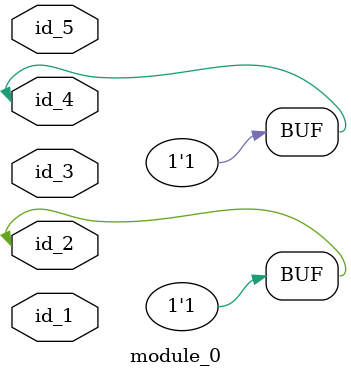
<source format=v>
module module_0 (
    id_1,
    id_2,
    id_3,
    id_4,
    id_5
);
  inout id_5;
  inout id_4;
  inout id_3;
  inout id_2;
  inout id_1;
  assign id_4 = 1;
  assign id_2 = 1;
endmodule

</source>
